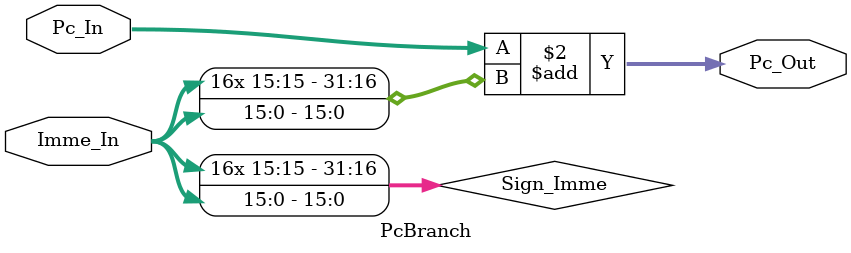
<source format=v>
`timescale 1ns / 1ps
module PcBranch(
    input [31:0] Pc_In,
    input [15:0] Imme_In,
    output reg [31:0] Pc_Out
    );
	 reg [31:0] Sign_Imme;
	 always @(*) begin
	 Sign_Imme = $signed(Imme_In);
	 Pc_Out = Pc_In + Sign_Imme ;
	 end

endmodule

</source>
